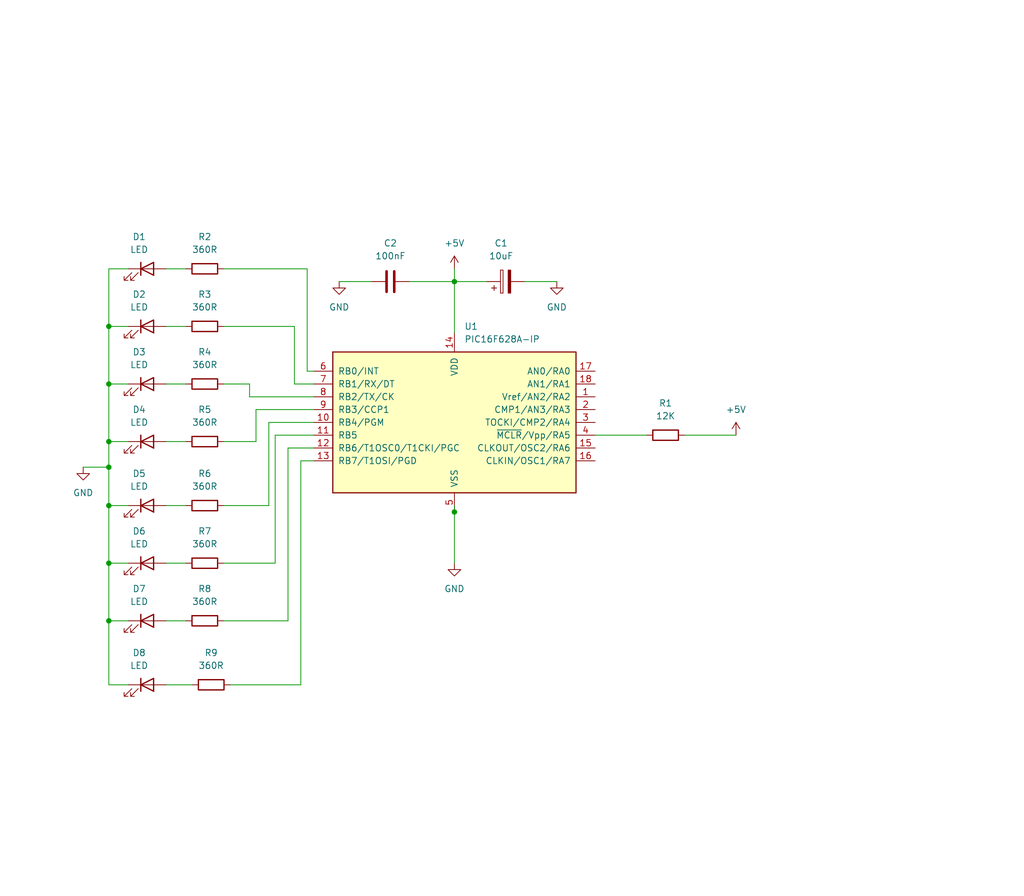
<source format=kicad_sch>
(kicad_sch (version 20230121) (generator eeschema)
  (paper "User" 203.2 177.8)
  (title_block (title "PIC16F628A for Beginners - 2") (company "Ricardo Lima Caratti"))
  (lib_symbols
    (symbol "Device:C" (pin_numbers hide) (pin_names (offset 0.254))
      (property "Reference" "C" (at 0.635 2.54 0))
      (property "Value" "C" (at 0.635 -2.54 0))
      (symbol "C_0_1"
        (polyline (pts (xy -2.032 -0.762) (xy 2.032 -0.762)) (stroke (width 0.508)))
        (polyline (pts (xy -2.032 0.762) (xy 2.032 0.762)) (stroke (width 0.508)))
      )
      (symbol "C_1_1"
        (pin passive line (at 0 3.81 270) (length 2.794) (name "~") (number "1"))
        (pin passive line (at 0 -3.81 90) (length 2.794) (name "~") (number "2"))
      )
    )
    (symbol "Device:C_Polarized" (pin_numbers hide) (pin_names (offset 0.254))
      (property "Reference" "C" (at 0.635 2.54 0))
      (property "Value" "C_Polarized" (at 0.635 -2.54 0))
      (symbol "C_Polarized_0_1"
        (rectangle (start -2.286 0.508) (end 2.286 1.016))
        (polyline (pts (xy -1.778 2.286) (xy -0.762 2.286)))
        (polyline (pts (xy -1.27 2.794) (xy -1.27 1.778)))
        (rectangle (start 2.286 -0.508) (end -2.286 -1.016) (fill (type outline)))
      )
      (symbol "C_Polarized_1_1"
        (pin passive line (at 0 3.81 270) (length 2.794) (name "~") (number "1"))
        (pin passive line (at 0 -3.81 90) (length 2.794) (name "~") (number "2"))
      )
    )
    (symbol "Device:LED" (pin_numbers hide) (pin_names (offset 1.016) hide)
      (property "Reference" "D" (at 0 2.54 0))
      (property "Value" "LED" (at 0 -2.54 0))
      (symbol "LED_0_1"
        (polyline (pts (xy -1.27 -1.27) (xy -1.27 1.27)) (stroke (width 0.254)))
        (polyline (pts (xy -1.27 0) (xy 1.27 0)))
        (polyline (pts (xy 1.27 -1.27) (xy 1.27 1.27) (xy -1.27 0) (xy 1.27 -1.27)) (stroke (width 0.254)))
        (polyline (pts (xy -3.048 -0.762) (xy -4.572 -2.286) (xy -3.81 -2.286) (xy -4.572 -2.286) (xy -4.572 -1.524)))
        (polyline (pts (xy -1.778 -0.762) (xy -3.302 -2.286) (xy -2.54 -2.286) (xy -3.302 -2.286) (xy -3.302 -1.524)))
      )
      (symbol "LED_1_1"
        (pin passive line (at -3.81 0 0) (length 2.54) (name "K") (number "1"))
        (pin passive line (at 3.81 0 180) (length 2.54) (name "A") (number "2"))
      )
    )
    (symbol "Device:R" (pin_numbers hide) (pin_names (offset 0))
      (property "Reference" "R" (at 2.032 0 90))
      (property "Value" "R" (at 0 0 90))
      (symbol "R_0_1"
        (rectangle (start -1.016 -2.54) (end 1.016 2.54) (stroke (width 0.254)))
      )
      (symbol "R_1_1"
        (pin passive line (at 0 3.81 270) (length 1.27) (name "~") (number "1"))
        (pin passive line (at 0 -3.81 90) (length 1.27) (name "~") (number "2"))
      )
    )
    (symbol "MCU_Microchip_PIC16:PIC16F628A-IP" (pin_names (offset 1.016))
      (property "Reference" "U" (at -24.13 17.78 0))
      (property "Value" "PIC16F628A-IP" (at -24.13 15.24 0))
      (symbol "PIC16F628A-IP_0_1"
        (rectangle (start 24.13 13.97) (end -24.13 -13.97) (stroke (width 0.254)) (fill (type background)))
      )
      (symbol "PIC16F628A-IP_1_1"
        (pin bidirectional line (at 27.94 5.08 180) (length 3.81) (name "Vref/AN2/RA2") (number "1"))
        (pin bidirectional line (at -27.94 0 0) (length 3.81) (name "RB4/PGM") (number "10"))
        (pin bidirectional line (at -27.94 -2.54 0) (length 3.81) (name "RB5") (number "11"))
        (pin bidirectional line (at -27.94 -5.08 0) (length 3.81) (name "RB6/T1OSC0/T1CKI/PGC") (number "12"))
        (pin bidirectional line (at -27.94 -7.62 0) (length 3.81) (name "RB7/T1OSI/PGD") (number "13"))
        (pin power_in line (at 0 17.78 270) (length 3.81) (name "VDD") (number "14"))
        (pin bidirectional line (at 27.94 -5.08 180) (length 3.81) (name "CLKOUT/OSC2/RA6") (number "15"))
        (pin bidirectional line (at 27.94 -7.62 180) (length 3.81) (name "CLKIN/OSC1/RA7") (number "16"))
        (pin bidirectional line (at 27.94 10.16 180) (length 3.81) (name "AN0/RA0") (number "17"))
        (pin bidirectional line (at 27.94 7.62 180) (length 3.81) (name "AN1/RA1") (number "18"))
        (pin bidirectional line (at 27.94 2.54 180) (length 3.81) (name "CMP1/AN3/RA3") (number "2"))
        (pin bidirectional line (at 27.94 0 180) (length 3.81) (name "TOCKI/CMP2/RA4") (number "3"))
        (pin input line (at 27.94 -2.54 180) (length 3.81) (name "~{MCLR}/Vpp/RA5") (number "4"))
        (pin power_in line (at 0 -17.78 90) (length 3.81) (name "VSS") (number "5"))
        (pin bidirectional line (at -27.94 10.16 0) (length 3.81) (name "RB0/INT") (number "6"))
        (pin bidirectional line (at -27.94 7.62 0) (length 3.81) (name "RB1/RX/DT") (number "7"))
        (pin bidirectional line (at -27.94 5.08 0) (length 3.81) (name "RB2/TX/CK") (number "8"))
        (pin bidirectional line (at -27.94 2.54 0) (length 3.81) (name "RB3/CCP1") (number "9"))
      )
    )
    (symbol "power:+5V" (power) (pin_names (offset 0))
      (property "Value" "+5V" (at 0 3.556 0))
      (symbol "+5V_0_1"
        (polyline (pts (xy -0.762 1.27) (xy 0 2.54)))
        (polyline (pts (xy 0 0) (xy 0 2.54)))
        (polyline (pts (xy 0 2.54) (xy 0.762 1.27)))
      )
      (symbol "+5V_1_1"
        (pin power_in line (at 0 0 90) (length 0) hide (name "+5V") (number "1"))
      )
    )
    (symbol "power:GND" (power) (pin_names (offset 0))
      (property "Value" "GND" (at 0 -3.81 0))
      (symbol "GND_0_1"
        (polyline (pts (xy 0 0) (xy 0 -1.27) (xy 1.27 -1.27) (xy 0 -2.54) (xy -1.27 -1.27) (xy 0 -1.27)))
      )
      (symbol "GND_1_1"
        (pin power_in line (at 0 0 270) (length 0) hide (name "GND") (number "1"))
      )
    )
  )
  (junction (at 90.17 55.88))
  (junction (at 90.17 101.6))
  (junction (at 21.59 123.19))
  (junction (at 21.59 64.77))
  (junction (at 21.59 87.63))
  (junction (at 21.59 111.76))
  (junction (at 21.59 76.2))
  (junction (at 21.59 92.71))
  (junction (at 21.59 100.33))
  (wire (pts (xy 59.69 91.44) (xy 59.69 135.89)))
  (wire (pts (xy 44.45 76.2) (xy 49.53 76.2)))
  (wire (pts (xy 90.17 55.88) (xy 96.52 55.88)))
  (wire (pts (xy 33.02 53.34) (xy 36.83 53.34)))
  (wire (pts (xy 44.45 87.63) (xy 50.8 87.63)))
  (wire (pts (xy 33.02 87.63) (xy 36.83 87.63)))
  (wire (pts (xy 53.34 100.33) (xy 53.34 83.82)))
  (wire (pts (xy 21.59 87.63) (xy 21.59 92.71)))
  (wire (pts (xy 21.59 92.71) (xy 21.59 100.33)))
  (wire (pts (xy 104.14 55.88) (xy 110.49 55.88)))
  (wire (pts (xy 33.02 135.89) (xy 38.1 135.89)))
  (wire (pts (xy 33.02 100.33) (xy 36.83 100.33)))
  (wire (pts (xy 60.96 73.66) (xy 62.23 73.66)))
  (wire (pts (xy 21.59 76.2) (xy 21.59 87.63)))
  (wire (pts (xy 44.45 64.77) (xy 58.42 64.77)))
  (wire (pts (xy 33.02 76.2) (xy 36.83 76.2)))
  (wire (pts (xy 90.17 55.88) (xy 90.17 66.04)))
  (wire (pts (xy 16.51 92.71) (xy 21.59 92.71)))
  (wire (pts (xy 21.59 123.19) (xy 25.4 123.19)))
  (wire (pts (xy 21.59 100.33) (xy 25.4 100.33)))
  (wire (pts (xy 90.17 100.33) (xy 90.17 101.6)))
  (wire (pts (xy 67.31 55.88) (xy 73.66 55.88)))
  (wire (pts (xy 58.42 64.77) (xy 58.42 76.2)))
  (wire (pts (xy 21.59 123.19) (xy 21.59 135.89)))
  (wire (pts (xy 53.34 83.82) (xy 62.23 83.82)))
  (wire (pts (xy 45.72 135.89) (xy 59.69 135.89)))
  (wire (pts (xy 21.59 111.76) (xy 25.4 111.76)))
  (wire (pts (xy 44.45 100.33) (xy 53.34 100.33)))
  (wire (pts (xy 21.59 53.34) (xy 21.59 64.77)))
  (wire (pts (xy 21.59 135.89) (xy 25.4 135.89)))
  (wire (pts (xy 25.4 53.34) (xy 21.59 53.34)))
  (wire (pts (xy 21.59 87.63) (xy 25.4 87.63)))
  (wire (pts (xy 44.45 53.34) (xy 60.96 53.34)))
  (wire (pts (xy 81.28 55.88) (xy 90.17 55.88)))
  (wire (pts (xy 50.8 81.28) (xy 62.23 81.28)))
  (wire (pts (xy 21.59 64.77) (xy 21.59 76.2)))
  (wire (pts (xy 21.59 100.33) (xy 21.59 111.76)))
  (wire (pts (xy 49.53 78.74) (xy 62.23 78.74)))
  (wire (pts (xy 49.53 76.2) (xy 49.53 78.74)))
  (wire (pts (xy 54.61 86.36) (xy 54.61 111.76)))
  (wire (pts (xy 33.02 111.76) (xy 36.83 111.76)))
  (wire (pts (xy 58.42 76.2) (xy 62.23 76.2)))
  (wire (pts (xy 33.02 123.19) (xy 36.83 123.19)))
  (wire (pts (xy 21.59 111.76) (xy 21.59 123.19)))
  (wire (pts (xy 90.17 101.6) (xy 90.17 111.76)))
  (wire (pts (xy 33.02 64.77) (xy 36.83 64.77)))
  (wire (pts (xy 135.89 86.36) (xy 146.05 86.36)))
  (wire (pts (xy 44.45 123.19) (xy 57.15 123.19)))
  (wire (pts (xy 21.59 76.2) (xy 25.4 76.2)))
  (wire (pts (xy 60.96 53.34) (xy 60.96 73.66)))
  (wire (pts (xy 62.23 86.36) (xy 54.61 86.36)))
  (wire (pts (xy 62.23 91.44) (xy 59.69 91.44)))
  (wire (pts (xy 44.45 111.76) (xy 54.61 111.76)))
  (wire (pts (xy 90.17 53.34) (xy 90.17 55.88)))
  (wire (pts (xy 21.59 64.77) (xy 25.4 64.77)))
  (wire (pts (xy 118.11 86.36) (xy 128.27 86.36)))
  (wire (pts (xy 50.8 87.63) (xy 50.8 81.28)))
  (wire (pts (xy 62.23 88.9) (xy 57.15 88.9)))
  (wire (pts (xy 57.15 88.9) (xy 57.15 123.19)))
  (symbol (lib_id "power:+5V") (at 90.17 53.34 0) (unit 1)
    (property "Reference" "#PWR01" (effects hide))
    (property "Value" "+5V" (at 90.17 48.26 0))
  )
  (symbol (lib_id "Device:R") (at 41.91 135.89 90) (unit 1)
    (property "Reference" "R9" (at 41.91 129.54 90))
    (property "Value" "360R" (at 41.91 132.08 90))
  )
  (symbol (lib_id "Device:LED") (at 29.21 111.76 0) (unit 1)
    (property "Reference" "D6" (at 27.6225 105.41 0))
    (property "Value" "LED" (at 27.6225 107.95 0))
  )
  (symbol (lib_id "Device:R") (at 132.08 86.36 90) (unit 1)
    (property "Reference" "R1" (at 132.08 80.01 90))
    (property "Value" "12K" (at 132.08 82.55 90))
  )
  (symbol (lib_id "Device:R") (at 40.64 64.77 90) (unit 1)
    (property "Reference" "R3" (at 40.64 58.42 90))
    (property "Value" "360R" (at 40.64 60.96 90))
  )
  (symbol (lib_id "Device:LED") (at 29.21 76.2 0) (unit 1)
    (property "Reference" "D3" (at 27.6225 69.85 0))
    (property "Value" "LED" (at 27.6225 72.39 0))
  )
  (symbol (lib_id "Device:LED") (at 29.21 123.19 0) (unit 1)
    (property "Reference" "D7" (at 27.6225 116.84 0))
    (property "Value" "LED" (at 27.6225 119.38 0))
  )
  (symbol (lib_id "power:+5V") (at 146.05 86.36 0) (unit 1)
    (property "Reference" "#PWR04" (effects hide))
    (property "Value" "+5V" (at 146.05 81.28 0))
  )
  (symbol (lib_id "Device:LED") (at 29.21 64.77 0) (unit 1)
    (property "Reference" "D2" (at 27.6225 58.42 0))
    (property "Value" "LED" (at 27.6225 60.96 0))
  )
  (symbol (lib_id "Device:LED") (at 29.21 135.89 0) (unit 1)
    (property "Reference" "D8" (at 27.6225 129.54 0))
    (property "Value" "LED" (at 27.6225 132.08 0))
  )
  (symbol (lib_id "Device:R") (at 40.64 123.19 90) (unit 1)
    (property "Reference" "R8" (at 40.64 116.84 90))
    (property "Value" "360R" (at 40.64 119.38 90))
  )
  (symbol (lib_id "Device:R") (at 40.64 76.2 90) (unit 1)
    (property "Reference" "R4" (at 40.64 69.85 90))
    (property "Value" "360R" (at 40.64 72.39 90))
  )
  (symbol (lib_id "Device:R") (at 40.64 53.34 90) (unit 1)
    (property "Reference" "R2" (at 40.64 46.99 90))
    (property "Value" "360R" (at 40.64 49.53 90))
  )
  (symbol (lib_id "Device:R") (at 40.64 87.63 90) (unit 1)
    (property "Reference" "R5" (at 40.64 81.28 90))
    (property "Value" "360R" (at 40.64 83.82 90))
  )
  (symbol (lib_id "power:GND") (at 110.49 55.88 0) (unit 1)
    (property "Reference" "#PWR03" (effects hide))
    (property "Value" "GND" (at 110.49 60.96 0))
  )
  (symbol (lib_id "power:GND") (at 16.51 92.71 0) (unit 1)
    (property "Reference" "#PWR05" (effects hide))
    (property "Value" "GND" (at 16.51 97.79 0))
  )
  (symbol (lib_id "Device:C_Polarized") (at 100.33 55.88 90) (unit 1)
    (property "Reference" "C1" (at 99.441 48.26 90))
    (property "Value" "10uF" (at 99.441 50.8 90))
  )
  (symbol (lib_id "power:GND") (at 67.31 55.88 0) (unit 1)
    (property "Reference" "#PWR06" (effects hide))
    (property "Value" "GND" (at 67.31 60.96 0))
  )
  (symbol (lib_id "Device:LED") (at 29.21 100.33 0) (unit 1)
    (property "Reference" "D5" (at 27.6225 93.98 0))
    (property "Value" "LED" (at 27.6225 96.52 0))
  )
  (symbol (lib_id "Device:LED") (at 29.21 53.34 0) (unit 1)
    (property "Reference" "D1" (at 27.6225 46.99 0))
    (property "Value" "LED" (at 27.6225 49.53 0))
  )
  (symbol (lib_id "Device:R") (at 40.64 100.33 90) (unit 1)
    (property "Reference" "R6" (at 40.64 93.98 90))
    (property "Value" "360R" (at 40.64 96.52 90))
  )
  (symbol (lib_id "power:GND") (at 90.17 111.76 0) (unit 1)
    (property "Reference" "#PWR02" (effects hide))
    (property "Value" "GND" (at 90.17 116.84 0))
  )
  (symbol (lib_id "Device:LED") (at 29.21 87.63 0) (unit 1)
    (property "Reference" "D4" (at 27.6225 81.28 0))
    (property "Value" "LED" (at 27.6225 83.82 0))
  )
  (symbol (lib_id "Device:R") (at 40.64 111.76 90) (unit 1)
    (property "Reference" "R7" (at 40.64 105.41 90))
    (property "Value" "360R" (at 40.64 107.95 90))
  )
  (symbol (lib_id "Device:C") (at 77.47 55.88 90) (unit 1)
    (property "Reference" "C2" (at 77.47 48.26 90))
    (property "Value" "100nF" (at 77.47 50.8 90))
  )
  (symbol (lib_id "MCU_Microchip_PIC16:PIC16F628A-IP") (at 90.17 83.82 0) (unit 1)
    (property "Reference" "U1" (at 92.1259 64.77 0) (effects (justify left)))
    (property "Value" "PIC16F628A-IP" (at 92.1259 67.31 0) (effects (justify left)))
    (property "Datasheet" "http://ww1.microchip.com/downloads/en/DeviceDoc/40300c.pdf" (effects hide))
  )
)
</source>
